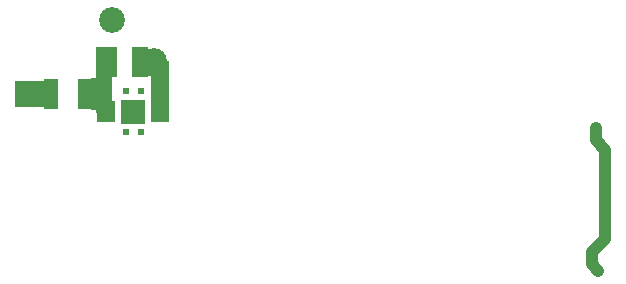
<source format=gbr>
G04 EAGLE Gerber RS-274X export*
G75*
%MOMM*%
%FSLAX34Y34*%
%LPD*%
%INBottom Copper*%
%IPPOS*%
%AMOC8*
5,1,8,0,0,1.08239X$1,22.5*%
G01*
%ADD10R,1.500000X5.000000*%
%ADD11R,0.875000X1.375000*%
%ADD12R,1.375000X5.625000*%
%ADD13R,0.750000X2.750000*%
%ADD14R,2.900000X2.200000*%
%ADD15C,2.184400*%
%ADD16R,2.000000X2.000000*%
%ADD17R,1.500000X0.500000*%
%ADD18R,1.500000X1.000000*%
%ADD19R,0.500000X0.500000*%
%ADD20R,1.270000X2.540000*%
%ADD21R,1.397000X2.590800*%
%ADD22C,0.906400*%
%ADD23C,1.016000*%
%ADD24C,0.756400*%


D10*
X45500Y93750D03*
D11*
X33625Y111875D03*
D12*
X-1375Y101875D03*
D13*
X-9500Y90000D03*
D14*
X-62500Y90000D03*
D15*
X5097Y152903D03*
X40403Y117597D03*
D16*
X23000Y75000D03*
D17*
X500Y68750D03*
X500Y81875D03*
X45500Y68750D03*
X45500Y81250D03*
D18*
X500Y75000D03*
X45500Y75000D03*
D19*
X16650Y57538D03*
X29350Y57538D03*
X16650Y92463D03*
X29350Y92463D03*
D20*
X-17712Y89999D03*
X-46288Y90000D03*
D21*
X28502Y117500D03*
X2498Y117500D03*
D22*
X415000Y61250D03*
D23*
X411250Y-53750D02*
X416250Y-60000D01*
X411250Y-53750D02*
X411250Y-43750D01*
X422500Y-32500D01*
X422500Y42500D01*
X415000Y51250D01*
X415000Y61250D01*
D22*
X416250Y-60000D03*
D24*
X-73250Y90000D03*
X-53250Y90000D03*
X-63250Y90000D03*
M02*

</source>
